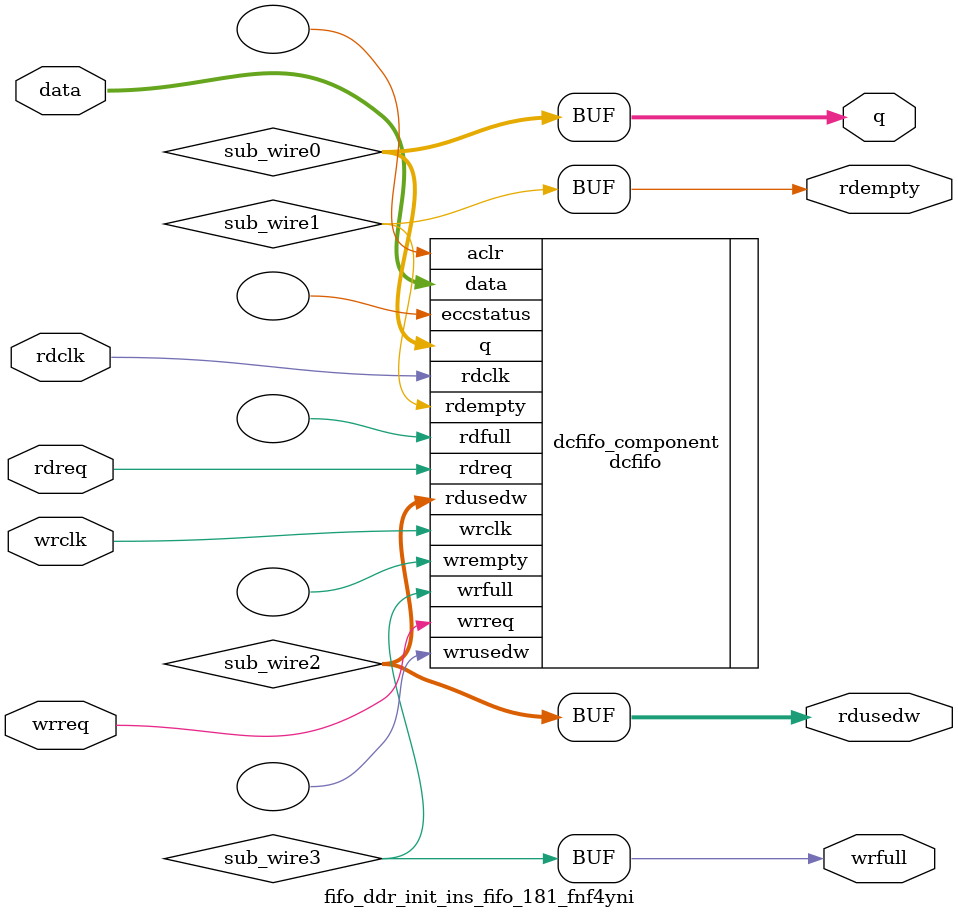
<source format=v>



`timescale 1 ps / 1 ps
// synopsys translate_on
module  fifo_ddr_init_ins_fifo_181_fnf4yni  (
    data,
    rdclk,
    rdreq,
    wrclk,
    wrreq,
    q,
    rdempty,
    rdusedw,
    wrfull);

    input  [160:0]  data;
    input    rdclk;
    input    rdreq;
    input    wrclk;
    input    wrreq;
    output [160:0]  q;
    output   rdempty;
    output [7:0]  rdusedw;
    output   wrfull;

    wire [160:0] sub_wire0;
    wire  sub_wire1;
    wire [7:0] sub_wire2;
    wire  sub_wire3;
    wire [160:0] q = sub_wire0[160:0];
    wire  rdempty = sub_wire1;
    wire [7:0] rdusedw = sub_wire2[7:0];
    wire  wrfull = sub_wire3;

    dcfifo  dcfifo_component (
                .data (data),
                .rdclk (rdclk),
                .rdreq (rdreq),
                .wrclk (wrclk),
                .wrreq (wrreq),
                .q (sub_wire0),
                .rdempty (sub_wire1),
                .rdusedw (sub_wire2),
                .wrfull (sub_wire3),
                .aclr (),
                .eccstatus (),
                .rdfull (),
                .wrempty (),
                .wrusedw ());
    defparam
        dcfifo_component.enable_ecc  = "FALSE",
        dcfifo_component.intended_device_family  = "Arria 10",
        dcfifo_component.lpm_hint  = "DISABLE_DCFIFO_EMBEDDED_TIMING_CONSTRAINT=TRUE",
        dcfifo_component.lpm_numwords  = 256,
        dcfifo_component.lpm_showahead  = "ON",
        dcfifo_component.lpm_type  = "dcfifo",
        dcfifo_component.lpm_width  = 161,
        dcfifo_component.lpm_widthu  = 8,
        dcfifo_component.overflow_checking  = "ON",
        dcfifo_component.rdsync_delaypipe  = 4,
        dcfifo_component.underflow_checking  = "ON",
        dcfifo_component.use_eab  = "ON",
        dcfifo_component.wrsync_delaypipe  = 4;


endmodule



</source>
